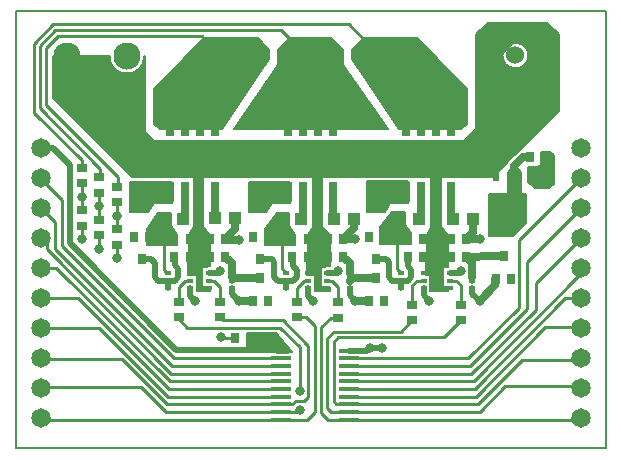
<source format=gbr>
%FSLAX23Y23*%
%MOIN*%
G04 EasyPC Gerber Version 15.0.4 Build 3016 *
%ADD77R,0.02283X0.04724*%
%ADD29R,0.02559X0.06890*%
%ADD28R,0.02756X0.03543*%
%ADD26R,0.04331X0.03937*%
%ADD74R,0.06000X0.06000*%
%ADD78R,0.07874X0.07874*%
%ADD10C,0.00500*%
%ADD81C,0.01000*%
%ADD84C,0.01575*%
%ADD83C,0.01772*%
%ADD79C,0.01969*%
%ADD80C,0.02500*%
%ADD23C,0.02756*%
%ADD24C,0.03200*%
%ADD25R,0.01969X0.01575*%
%ADD76R,0.07087X0.01575*%
%ADD27R,0.03543X0.02756*%
%ADD82C,0.05000*%
%ADD75C,0.06000*%
%ADD72C,0.06500*%
%ADD73C,0.09055*%
X0Y0D02*
D02*
D10*
X316Y1962D02*
X128D01*
Y1824*
X392Y1560*
X1594*
X1643Y1609*
G75*
G02X1646Y1613I21J-13*
G01*
X1677Y1644*
G75*
G02X1681Y1647I18J-18*
G01*
X1814Y1780*
Y2035*
X1774Y2074*
X1577*
X1538Y2035*
Y1718*
X1499Y1678*
X465*
X436Y1708*
Y1962*
X432*
G75*
G02X316I-58*
G01*
X1669Y1922D02*
G75*
G02Y2007J43D01*
G01*
G75*
G02Y1922J-43*
G01*
X1538Y1965D02*
G36*
Y1718D01*
X1499Y1678*
X465*
X436Y1708*
Y1962*
X432*
G75*
G02X316I-58*
G01*
X128*
Y1824*
X392Y1560*
X1594*
X1643Y1609*
G75*
G02X1646Y1613I21J-13*
G01*
X1677Y1644*
G75*
G02X1681Y1647I18J-18*
G01*
X1814Y1780*
Y1965*
X1711*
G75*
G02X1669Y1922I-43*
G01*
G75*
G02X1626Y1965J43*
G01*
X1538*
G37*
X1626D02*
G36*
G75*
G02X1669Y2007I43D01*
G01*
G75*
G02X1711Y1965J-43*
G01*
X1814*
Y2035*
X1774Y2074*
X1577*
X1538Y2035*
Y1965*
X1626*
G37*
X524Y1544D02*
X386D01*
Y1442*
X445*
X465Y1472*
X524*
Y1544*
G36*
X386*
Y1442*
X445*
X465Y1472*
X524*
Y1544*
G37*
X542Y1332D02*
Y1367D01*
X522Y1395*
Y1438*
X479*
X440Y1387*
Y1332*
X542*
G36*
Y1367*
X522Y1395*
Y1438*
X479*
X440Y1387*
Y1332*
X542*
G37*
X652Y1262D02*
Y1367D01*
X628Y1391*
Y1572*
X597*
Y1391*
X596Y1389*
Y1388*
X595*
X581Y1367*
X578Y1234*
X608*
Y1178*
X652*
Y1193*
X626*
Y1260*
X639*
G75*
G02X648Y1262I9J-20*
G01*
X652*
G36*
Y1367*
X628Y1391*
Y1572*
X597*
Y1391*
X596Y1389*
Y1388*
X595*
X581Y1367*
X578Y1234*
X608*
Y1178*
X652*
Y1193*
X626*
Y1260*
X639*
G75*
G02X648Y1262I9J-20*
G01*
X652*
G37*
X691Y1718D02*
X849Y1954D01*
Y1981*
X810Y2021*
X632*
X465Y1853*
Y1737*
X485Y1718*
X691*
G36*
X849Y1954*
Y1981*
X810Y2021*
X632*
X465Y1853*
Y1737*
X485Y1718*
X691*
G37*
X918Y1544D02*
X780D01*
Y1442*
X839*
X859Y1472*
X918*
Y1544*
G36*
X780*
Y1442*
X839*
X859Y1472*
X918*
Y1544*
G37*
X925Y975D02*
X870Y1038D01*
X774*
X773Y976*
X841Y975*
Y975*
X925*
G36*
X870Y1038*
X774*
X773Y976*
X841Y975*
Y975*
X925*
G37*
X936Y1332D02*
Y1367D01*
X916Y1395*
Y1438*
X873*
X833Y1387*
Y1332*
X936*
G36*
Y1367*
X916Y1395*
Y1438*
X873*
X833Y1387*
Y1332*
X936*
G37*
X1050Y1262D02*
Y1367D01*
X1026Y1391*
Y1573*
X995*
Y1391*
X979Y1367*
X976Y1234*
X1001*
Y1178*
X1050*
Y1193*
X1020*
Y1260*
X1033*
G75*
G02X1042Y1262I9J-20*
G01*
X1050*
G36*
Y1367*
X1026Y1391*
Y1573*
X995*
Y1391*
X979Y1367*
X976Y1234*
X1001*
Y1178*
X1050*
Y1193*
X1020*
Y1260*
X1033*
G75*
G02X1042Y1262I9J-20*
G01*
X1050*
G37*
X1243Y1718D02*
X1095Y1934D01*
Y1981*
X1056Y2021*
X918*
X878Y1981*
Y1934*
X731Y1718*
X1243*
G36*
X1095Y1934*
Y1981*
X1056Y2021*
X918*
X878Y1981*
Y1934*
X731Y1718*
X1243*
G37*
X1282D02*
X1489D01*
X1508Y1737*
Y1853*
X1341Y2021*
X1164*
X1125Y1981*
Y1954*
X1282Y1718*
G36*
X1489*
X1508Y1737*
Y1853*
X1341Y2021*
X1164*
X1125Y1981*
Y1954*
X1282Y1718*
G37*
X1312Y1545D02*
X1174D01*
Y1442*
X1233*
X1252Y1472*
X1312*
Y1545*
G36*
X1174*
Y1442*
X1233*
X1252Y1472*
X1312*
Y1545*
G37*
X1321Y1336D02*
Y1371D01*
X1302Y1399*
Y1442*
X1258*
X1219Y1391*
Y1336*
X1321*
G36*
Y1371*
X1302Y1399*
Y1442*
X1258*
X1219Y1391*
Y1336*
X1321*
G37*
X1443Y1260D02*
Y1367D01*
X1420Y1391*
Y1574*
X1388*
Y1391*
X1373Y1367*
X1370Y1234*
X1385*
Y1178*
X1443*
Y1193*
X1429*
Y1260*
X1442*
G75*
G02X1443Y1260I9J-20*
G01*
G36*
Y1367*
X1420Y1391*
Y1574*
X1388*
Y1391*
X1373Y1367*
X1370Y1234*
X1385*
Y1178*
X1443*
Y1193*
X1429*
Y1260*
X1442*
G75*
G02X1443Y1260I9J-20*
G01*
G37*
X1703Y1407D02*
Y1501D01*
X1581*
Y1363*
X1660*
X1703Y1407*
G36*
Y1501*
X1581*
Y1363*
X1660*
X1703Y1407*
G37*
X1753Y1643D02*
Y1600D01*
X1745Y1592*
X1711*
Y1544*
X1735Y1521*
X1782*
X1798Y1537*
Y1631*
X1786Y1643*
X1753*
G36*
Y1600*
X1745Y1592*
X1711*
Y1544*
X1735Y1521*
X1782*
X1798Y1537*
Y1631*
X1786Y1643*
X1753*
G37*
X1971Y655D02*
Y2111D01*
X3*
Y655*
X1971*
D02*
D23*
X396Y1452D03*
Y1491D03*
Y1531D03*
X436Y1452D03*
Y1491D03*
Y1531D03*
X475Y1491D03*
Y1531D03*
X790Y1452D03*
Y1491D03*
Y1531D03*
X829Y1452D03*
Y1491D03*
Y1531D03*
X869Y1491D03*
Y1531D03*
X1184Y1452D03*
Y1491D03*
Y1531D03*
X1223Y1452D03*
Y1491D03*
Y1531D03*
X1262Y1491D03*
Y1531D03*
D02*
D24*
X223Y1352D03*
Y1493D03*
X282Y1320D03*
Y1462D03*
X341Y1289D03*
Y1430D03*
X601Y1147D03*
X684Y1245D03*
X687Y1025D03*
X747Y1147D03*
Y1348D03*
X831Y1022D03*
X866Y1021D03*
X950Y846D03*
X951Y783D03*
X995Y1147D03*
X1077Y1245D03*
X1136Y1147D03*
Y1352D03*
X1184Y989D03*
X1223D03*
X1380Y1147D03*
X1487Y1245D03*
X1550Y1147D03*
Y1352D03*
X1597Y1387D03*
Y1426D03*
Y1470D03*
X1640Y1383D03*
X1766Y1540D03*
Y1580D03*
D02*
D25*
X510Y1188D03*
Y1214D03*
Y1239D03*
X585Y1188D03*
Y1214D03*
Y1239D03*
X648Y1188D03*
Y1214D03*
Y1239D03*
X723Y1188D03*
Y1214D03*
Y1239D03*
X904Y1188D03*
Y1214D03*
Y1239D03*
X979Y1188D03*
Y1214D03*
Y1239D03*
X1042Y1188D03*
Y1214D03*
Y1239D03*
X1117Y1188D03*
Y1214D03*
Y1239D03*
X1288Y1188D03*
Y1214D03*
Y1239D03*
X1363Y1188D03*
Y1214D03*
Y1239D03*
X1451Y1188D03*
Y1214D03*
Y1239D03*
X1526Y1188D03*
Y1214D03*
Y1239D03*
D02*
D26*
X495Y1420D03*
X562D03*
X668Y1422D03*
X735D03*
X888Y1420D03*
X955D03*
X1065D03*
X1132D03*
X1282D03*
X1349D03*
X1461Y1418D03*
X1528D03*
D02*
D27*
X223Y1397D03*
Y1448D03*
Y1539D03*
Y1590D03*
X282Y1365D03*
Y1416D03*
Y1507D03*
Y1558D03*
X341Y1334D03*
Y1385D03*
Y1476D03*
Y1527D03*
X547Y1091D03*
Y1142D03*
X686Y1091D03*
Y1142D03*
X942Y1091D03*
Y1142D03*
X1079Y1090D03*
Y1141D03*
X1325Y1082D03*
Y1133D03*
X1487Y1082D03*
Y1133D03*
D02*
D28*
X398Y1359D03*
X424Y1285D03*
X449Y1359D03*
X532Y1292D03*
Y1352D03*
X583Y1292D03*
Y1352D03*
X650Y1292D03*
Y1352D03*
X701Y1292D03*
Y1352D03*
X734Y1023D03*
X785D03*
X794Y1147D03*
Y1359D03*
X819Y1222D03*
Y1285D03*
X845Y1147D03*
Y1359D03*
X926Y1292D03*
Y1352D03*
X977Y1292D03*
Y1352D03*
X1044Y1292D03*
Y1352D03*
X1095Y1292D03*
Y1352D03*
X1180Y1147D03*
Y1359D03*
X1205Y1222D03*
Y1285D03*
X1231Y1147D03*
Y1359D03*
X1310Y1292D03*
Y1352D03*
X1361Y1292D03*
Y1352D03*
X1453Y1294D03*
Y1353D03*
X1504Y1294D03*
Y1353D03*
X1604Y1220D03*
X1630Y1295D03*
X1656Y1220D03*
X1717Y1626D03*
X1769D03*
D02*
D29*
X518Y1509D03*
Y1729D03*
X568Y1509D03*
Y1729D03*
X618Y1509D03*
Y1729D03*
X668Y1509D03*
Y1729D03*
X912Y1509D03*
Y1729D03*
X962Y1509D03*
Y1729D03*
X1012Y1509D03*
Y1729D03*
X1062Y1509D03*
Y1729D03*
X1306Y1509D03*
Y1729D03*
X1356Y1509D03*
Y1729D03*
X1406Y1509D03*
Y1729D03*
X1456Y1509D03*
Y1729D03*
D02*
D72*
X87Y756D03*
Y856D03*
Y956D03*
Y1056D03*
Y1156D03*
Y1256D03*
Y1356D03*
Y1456D03*
Y1556D03*
Y1656D03*
X1887Y756D03*
Y856D03*
Y956D03*
Y1056D03*
Y1156D03*
Y1256D03*
Y1356D03*
Y1456D03*
Y1556D03*
Y1656D03*
D02*
D73*
X174Y1962D03*
X374D03*
X787Y1964D03*
X987D03*
X1187D03*
D02*
D74*
X1669Y1866D03*
D02*
D75*
Y1965D03*
D02*
D76*
X889Y750D03*
Y776D03*
Y801D03*
Y827D03*
Y853D03*
Y878D03*
Y904D03*
Y929D03*
Y955D03*
Y980D03*
X1114Y750D03*
Y776D03*
Y801D03*
Y827D03*
Y853D03*
Y878D03*
Y904D03*
Y929D03*
Y955D03*
Y980D03*
D02*
D77*
X1605Y1568D03*
X1664D03*
X1723D03*
D02*
D78*
X1664Y1446D03*
D02*
D79*
X87Y1656D02*
X127D01*
X184Y1600*
Y1338*
X539Y982*
X854*
X510Y1214D02*
X534D01*
X546Y1226*
Y1253*
X534Y1265*
Y1290*
X532Y1292*
X510Y1214D02*
Y1188D01*
Y1214D02*
X479D01*
X467Y1226*
Y1273*
X455Y1285*
X424*
X585Y1188D02*
Y1163D01*
X601Y1147*
X648Y1239D02*
X678D01*
X684Y1245*
X723Y1188D02*
Y1170D01*
X747Y1147*
X723Y1226D02*
Y1214D01*
Y1239D02*
Y1226D01*
X785Y1023D02*
Y1022D01*
X865*
X904Y1188D02*
Y1214D01*
X928*
X940Y1226*
Y1249*
X928Y1261*
Y1290*
X926Y1292*
X904Y1214D02*
X877D01*
X865Y1226*
Y1277*
X857Y1285*
X819*
X979Y1188D02*
Y1163D01*
X995Y1147*
X1042Y1239D02*
X1071D01*
X1077Y1245*
X1114Y980D02*
X1175D01*
X1184Y989*
X1117Y1188D02*
Y1166D01*
X1136Y1147*
X1117Y1239D02*
Y1214D01*
X1223Y989D02*
X1184D01*
X1288Y1214D02*
X1310D01*
X1321Y1226*
Y1249*
X1310Y1261*
Y1292*
X1288Y1214D02*
X1258D01*
X1247Y1226*
Y1277*
X1239Y1285*
X1205*
X1288Y1214D02*
Y1188D01*
X1363D02*
Y1165D01*
X1380Y1147*
X1451Y1239D02*
X1481D01*
X1487Y1245*
X1526Y1188D02*
Y1170D01*
X1550Y1147*
X1526Y1214D02*
Y1226D01*
Y1239*
D02*
D80*
X568Y1509D02*
Y1427D01*
X562Y1420*
X668Y1509D02*
Y1423D01*
X668Y1422*
X723Y1239D02*
Y1271D01*
X701Y1292*
X735Y1422D02*
Y1385D01*
X701Y1352*
X747Y1147D02*
X794D01*
X747Y1348D02*
X705D01*
X701Y1352*
X819Y1222D02*
X727D01*
X723Y1226*
X962Y1509D02*
Y1427D01*
X955Y1420*
X1062Y1509D02*
Y1424D01*
X1065Y1420*
X1117Y1239D02*
Y1271D01*
X1095Y1292*
X1132Y1420D02*
Y1389D01*
X1095Y1352*
X1136Y1147D02*
X1180D01*
X1136Y1352D02*
X1095D01*
X1205Y1222D02*
X1125D01*
X1117Y1214*
X1356Y1509D02*
Y1427D01*
X1349Y1420*
X1456Y1509D02*
Y1424D01*
X1461Y1418*
X1526Y1226D02*
Y1276D01*
X1508Y1294*
X1596Y1295*
X1630*
X1526Y1239D02*
Y1273D01*
X1504Y1294*
X1528Y1418D02*
Y1377D01*
X1504Y1353*
X1550Y1147D02*
X1551D01*
X1602Y1198*
Y1218*
X1604Y1220*
X1550Y1352D02*
X1506D01*
X1504Y1353*
X1717Y1626D02*
X1694D01*
X1664Y1596*
Y1568*
X1769Y1626D02*
Y1572D01*
X1763Y1566*
X1723Y1568*
D02*
D81*
X223Y1397D02*
Y1352D01*
Y1448D02*
Y1493D01*
Y1539D02*
Y1493D01*
Y1590D02*
Y1615D01*
X65Y1774*
Y2004*
X128Y2068*
X1113*
X1162Y2019*
X282Y1365D02*
Y1320D01*
Y1416D02*
Y1462D01*
Y1507D02*
Y1462D01*
Y1558D02*
X285D01*
Y1587*
X84Y1788*
Y1996*
X136Y2048*
X888*
X917Y2020*
X341Y1334D02*
Y1289D01*
Y1385D02*
Y1430D01*
Y1476D02*
Y1430D01*
Y1527D02*
X344D01*
Y1560*
X104Y1800*
Y1988*
X144Y2029*
X625*
X636Y2017*
X510Y1239D02*
X508D01*
X499Y1249*
Y1340*
X510Y1352*
X585Y1214D02*
X569D01*
X547Y1191*
Y1142*
X648Y1214D02*
X647Y1214D01*
X664*
X686Y1192*
Y1142*
X734Y1023D02*
X689D01*
X687Y1025*
X889Y750D02*
X974D01*
X1000Y776*
Y1061*
X970Y1091*
X942*
X889Y750D02*
X92D01*
X87Y756*
X889Y776D02*
Y777D01*
X503*
X420Y860*
X91*
X87Y856*
X889Y776D02*
X944D01*
X951Y783*
X889Y801D02*
X926D01*
X938Y813*
X965*
X978Y826*
Y996*
X893Y1081*
X695*
X686Y1091*
X889Y801D02*
X508D01*
X357Y953*
X90*
X87Y956*
X889Y827D02*
X511D01*
X282Y1056*
X87*
X87Y1056*
X889Y853D02*
X515D01*
X212Y1156*
X87*
X87Y1156*
X889Y878D02*
X518D01*
X139Y1257*
X88*
X87Y1256*
X889Y904D02*
X522D01*
X108Y1318*
Y1335*
X87Y1356*
X889Y929D02*
X525D01*
X136Y1318*
Y1408*
X89Y1456*
X87*
X889Y955D02*
X530D01*
X157Y1328*
Y1483*
X87Y1553*
Y1556*
X904Y1239D02*
Y1241D01*
X892Y1253*
Y1348*
X950Y846D02*
Y991D01*
X884Y1057*
X574*
X547Y1085*
Y1091*
X979Y1214D02*
X963D01*
X940Y1190*
Y1145*
X942Y1142*
X1042Y1214D02*
X1058D01*
X1079Y1192*
Y1141*
X1114Y750D02*
X1046D01*
X1022Y774*
Y1059*
X1053Y1090*
X1079*
X1114Y750D02*
X1881D01*
X1887Y756*
X1114Y776D02*
X1054D01*
X1041Y789*
Y1021*
X1065Y1044*
X1288*
X1325Y1082*
X1114Y776D02*
X1550D01*
X1635Y861*
X1881*
X1887Y856*
X1114Y801D02*
X1072D01*
X1063Y811*
Y1010*
X1077Y1025*
X1430*
X1487Y1082*
X1114Y801D02*
X1543D01*
X1690Y949*
X1880*
X1887Y956*
X1114Y827D02*
X1538D01*
X1769Y1058*
X1884*
X1887Y1056*
X1114Y853D02*
X1533D01*
X1835Y1155*
X1886*
X1887Y1156*
X1114Y904D02*
Y902D01*
X1522*
X1737Y1116*
Y1206*
X1887Y1356*
X1114Y929D02*
X1517D01*
X1707Y1119*
Y1276*
X1887Y1456*
X1114Y955D02*
X1512D01*
X1681Y1123*
Y1350*
X1887Y1556*
X1288Y1239D02*
X1274Y1253D01*
Y1348*
X1282Y1355*
X1363Y1214D02*
X1341D01*
X1325Y1198*
Y1133*
X1451Y1214D02*
X1471D01*
X1487Y1198*
Y1133*
X1887Y1256D02*
X1908D01*
Y1258*
X1887Y1237*
X1886*
X1530Y878*
X1114*
D02*
D82*
X1664Y1568D02*
Y1446D01*
D02*
D83*
X854Y982D02*
X889Y980D01*
D02*
D84*
X865Y1022D02*
X907Y979D01*
X889*
Y980*
X0Y0D02*
M02*

</source>
